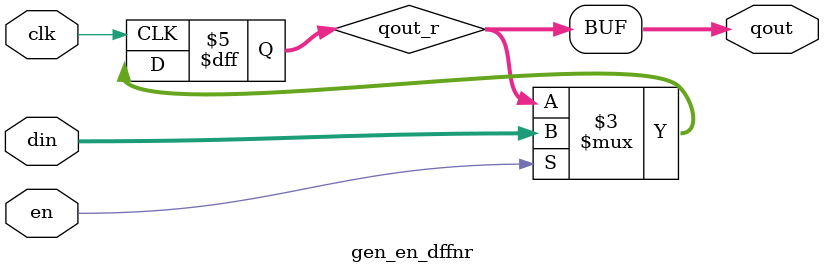
<source format=v>

module gen_pipe_dff 
#(
    parameter DW = 32,
    parameter RstEnable = 1'b0
)(
    input   wire    clk,
    input   wire    rst_n,
    input   wire    hold_en,

    input   wire    [DW-1:0]    def_val,
    input   wire    [DW-1:0]    din,
    output  wire    [DW-1:0]    qout
);

    reg[DW-1:0] qout_r;

    always @(posedge clk) begin
        if ((rst_n == RstEnable) | hold_en) begin
            qout_r <= def_val;
        end else begin
            qout_r <= din;
        end
    end

    assign qout = qout_r;

endmodule

//复位后输出为0的触发器
module gen_rst_0_dff 
#(
    parameter DW = 32,
    parameter RstEnable = 1'b0
)(
    input   wire    clk,
    input   wire    rst_n,

    input   wire    [DW-1:0]    din,
    output  wire    [DW-1:0]    qout
);

    reg[DW-1:0] qout_r;

    always @(posedge clk) begin
        if (rst_n == RstEnable) begin
            qout_r <= {DW{1'b0}};
        end else begin
            qout_r <= din;
        end
    end

    assign qout = qout_r;

endmodule

//复位后输出为1的触发器
module gen_rst_1_dff 
#(
    parameter DW = 32,
    parameter RstEnable = 1'b0
)(
    input   wire    clk,
    input   wire    rst_n,

    input   wire    [DW-1:0]    din,
    output  wire    [DW-1:0]    qout
);

    reg[DW-1:0] qout_r;

    always @(posedge clk) begin
        if (rst_n == RstEnable) begin
            qout_r <= {DW{1'b1}};
        end else begin
            qout_r <= din;
        end
    end

    assign qout = qout_r;

endmodule

//复位后输出为默认值的触发器
module gen_rst_def_dff 
#(
    parameter DW = 32,
    parameter RstEnable = 1'b0
)(
    input   wire    clk,
    input   wire    rst_n,
    input   wire    [DW-1:0]    def_val,

    input   wire    [DW-1:0]    din,
    output  wire    [DW-1:0]    qout
);

    reg[DW-1:0] qout_r;

    always @(posedge clk) begin
        if (rst_n == RstEnable) begin
            qout_r <= def_val;
        end else begin
            qout_r <= din;
        end
    end

    assign qout = qout_r;

endmodule

//带使能端、复位后输出为0的触发器
module gen_rst_en_0_dff 
#(
    parameter DW = 32,
    parameter RstEnable = 1'b0
)(
    input   wire    clk,
    input   wire    rst_n,
    input   wire    en,

    input   wire    [DW-1:0]    din,
    output  wire    [DW-1:0]    qout
);

    reg[DW-1:0] qout_r;

    always @(posedge clk) begin
        if (rst_n == RstEnable) begin
            qout_r <= {DW{1'b0}};
        end else if(en == 1'b1) begin
            qout_r <= din;
        end
    end

    assign qout = qout_r;

endmodule

//带使能端、复位后输出为0的触发器
module gen_en_dff 
#(
    parameter DW = 32,
    parameter RstEnable = 1'b0
)(
    input   wire    clk,
    input   wire    rst_n,

    input   wire    en,
    input   wire    [DW-1:0]    din,
    output  wire    [DW-1:0]    qout

);

    reg[DW-1:0] qout_r;

    always @(posedge clk or negedge rst_n) begin
        if (!rst_n) begin
            qout_r <= {DW{1'b0}};
        end else if(en == 1'b1) begin
            qout_r <= din;
        end
    end

    assign qout = qout_r;

endmodule

//带使能端、没有复位的触发器
module gen_en_dffnr 
#(
    parameter DW = 32,
    parameter RstEnable = 1'b0
)(

    input   wire    clk,

    input   wire    en,
    input   wire    [DW-1:0]    din,
    output  wire    [DW-1:0]    qout

);

    reg[DW-1:0] qout_r;

    always @(posedge clk) begin
        if (en == 1'b1) begin
            qout_r <= din;
        end
    end

    assign qout = qout_r;

endmodule



</source>
